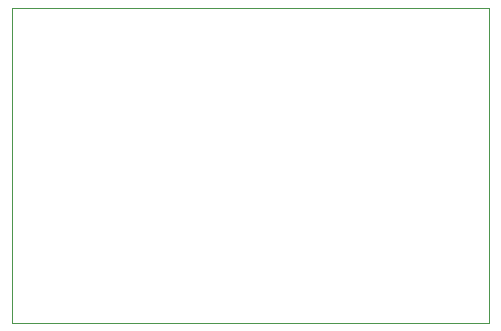
<source format=gbr>
G04 #@! TF.GenerationSoftware,KiCad,Pcbnew,5.1.6+dfsg1-1*
G04 #@! TF.CreationDate,2021-02-27T20:02:44-07:00*
G04 #@! TF.ProjectId,CurrentSensorV1,43757272-656e-4745-9365-6e736f725631,rev?*
G04 #@! TF.SameCoordinates,Original*
G04 #@! TF.FileFunction,Profile,NP*
%FSLAX46Y46*%
G04 Gerber Fmt 4.6, Leading zero omitted, Abs format (unit mm)*
G04 Created by KiCad (PCBNEW 5.1.6+dfsg1-1) date 2021-02-27 20:02:44*
%MOMM*%
%LPD*%
G01*
G04 APERTURE LIST*
G04 #@! TA.AperFunction,Profile*
%ADD10C,0.050000*%
G04 #@! TD*
G04 APERTURE END LIST*
D10*
X173228000Y-65278000D02*
X132842000Y-65278000D01*
X173228000Y-91948000D02*
X173228000Y-65278000D01*
X132842000Y-91948000D02*
X173228000Y-91948000D01*
X132842000Y-65278000D02*
X132842000Y-91948000D01*
M02*

</source>
